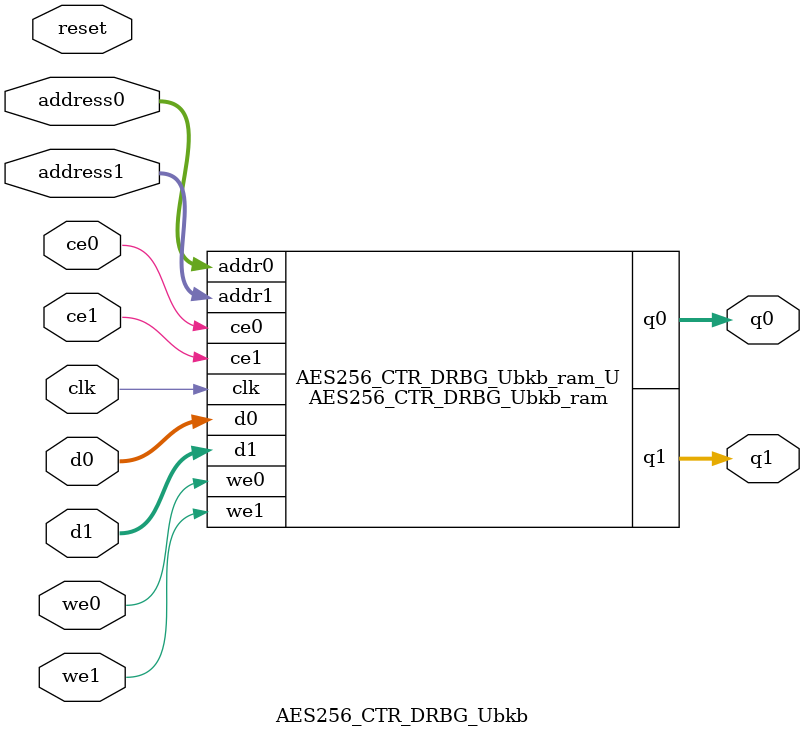
<source format=v>
`timescale 1 ns / 1 ps
module AES256_CTR_DRBG_Ubkb_ram (addr0, ce0, d0, we0, q0, addr1, ce1, d1, we1, q1,  clk);

parameter DWIDTH = 8;
parameter AWIDTH = 8;
parameter MEM_SIZE = 240;

input[AWIDTH-1:0] addr0;
input ce0;
input[DWIDTH-1:0] d0;
input we0;
output reg[DWIDTH-1:0] q0;
input[AWIDTH-1:0] addr1;
input ce1;
input[DWIDTH-1:0] d1;
input we1;
output reg[DWIDTH-1:0] q1;
input clk;

(* ram_style = "block" *)reg [DWIDTH-1:0] ram[0:MEM_SIZE-1];




always @(posedge clk)  
begin 
    if (ce0) begin
        if (we0) 
            ram[addr0] <= d0; 
        q0 <= ram[addr0];
    end
end


always @(posedge clk)  
begin 
    if (ce1) begin
        if (we1) 
            ram[addr1] <= d1; 
        q1 <= ram[addr1];
    end
end


endmodule

`timescale 1 ns / 1 ps
module AES256_CTR_DRBG_Ubkb(
    reset,
    clk,
    address0,
    ce0,
    we0,
    d0,
    q0,
    address1,
    ce1,
    we1,
    d1,
    q1);

parameter DataWidth = 32'd8;
parameter AddressRange = 32'd240;
parameter AddressWidth = 32'd8;
input reset;
input clk;
input[AddressWidth - 1:0] address0;
input ce0;
input we0;
input[DataWidth - 1:0] d0;
output[DataWidth - 1:0] q0;
input[AddressWidth - 1:0] address1;
input ce1;
input we1;
input[DataWidth - 1:0] d1;
output[DataWidth - 1:0] q1;



AES256_CTR_DRBG_Ubkb_ram AES256_CTR_DRBG_Ubkb_ram_U(
    .clk( clk ),
    .addr0( address0 ),
    .ce0( ce0 ),
    .we0( we0 ),
    .d0( d0 ),
    .q0( q0 ),
    .addr1( address1 ),
    .ce1( ce1 ),
    .we1( we1 ),
    .d1( d1 ),
    .q1( q1 ));

endmodule


</source>
